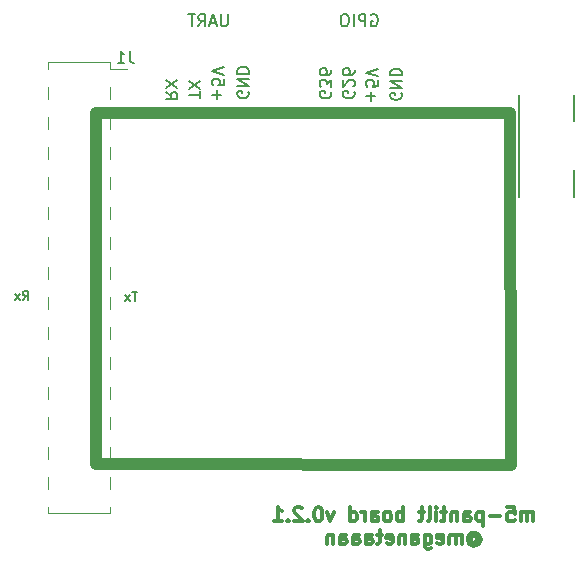
<source format=gbo>
G04 #@! TF.GenerationSoftware,KiCad,Pcbnew,7.0.6*
G04 #@! TF.CreationDate,2023-07-11T17:22:40+08:00*
G04 #@! TF.ProjectId,m5-pantilt,6d352d70-616e-4746-996c-742e6b696361,1*
G04 #@! TF.SameCoordinates,PX5f5e100PY5f5e100*
G04 #@! TF.FileFunction,Legend,Bot*
G04 #@! TF.FilePolarity,Positive*
%FSLAX46Y46*%
G04 Gerber Fmt 4.6, Leading zero omitted, Abs format (unit mm)*
G04 Created by KiCad (PCBNEW 7.0.6) date 2023-07-11 17:22:40*
%MOMM*%
%LPD*%
G01*
G04 APERTURE LIST*
%ADD10C,1.000000*%
%ADD11C,0.150000*%
%ADD12C,0.300000*%
%ADD13C,0.120000*%
G04 APERTURE END LIST*
D10*
X7670800Y10058400D02*
X7620000Y39776400D01*
X42773600Y9956800D02*
X7670800Y10058400D01*
X7620000Y39776400D02*
X42672000Y39827200D01*
X42672000Y39827200D02*
X42773600Y9956800D01*
D11*
X1476189Y23937705D02*
X1742856Y24318658D01*
X1933332Y23937705D02*
X1933332Y24737705D01*
X1933332Y24737705D02*
X1628570Y24737705D01*
X1628570Y24737705D02*
X1552380Y24699610D01*
X1552380Y24699610D02*
X1514285Y24661515D01*
X1514285Y24661515D02*
X1476189Y24585324D01*
X1476189Y24585324D02*
X1476189Y24471039D01*
X1476189Y24471039D02*
X1514285Y24394848D01*
X1514285Y24394848D02*
X1552380Y24356753D01*
X1552380Y24356753D02*
X1628570Y24318658D01*
X1628570Y24318658D02*
X1933332Y24318658D01*
X1209523Y23937705D02*
X790475Y24471039D01*
X1209523Y24471039D02*
X790475Y23937705D01*
X18795237Y48145181D02*
X18795237Y47335658D01*
X18795237Y47335658D02*
X18747618Y47240420D01*
X18747618Y47240420D02*
X18699999Y47192800D01*
X18699999Y47192800D02*
X18604761Y47145181D01*
X18604761Y47145181D02*
X18414285Y47145181D01*
X18414285Y47145181D02*
X18319047Y47192800D01*
X18319047Y47192800D02*
X18271428Y47240420D01*
X18271428Y47240420D02*
X18223809Y47335658D01*
X18223809Y47335658D02*
X18223809Y48145181D01*
X17795237Y47430896D02*
X17319047Y47430896D01*
X17890475Y47145181D02*
X17557142Y48145181D01*
X17557142Y48145181D02*
X17223809Y47145181D01*
X16319047Y47145181D02*
X16652380Y47621372D01*
X16890475Y47145181D02*
X16890475Y48145181D01*
X16890475Y48145181D02*
X16509523Y48145181D01*
X16509523Y48145181D02*
X16414285Y48097562D01*
X16414285Y48097562D02*
X16366666Y48049943D01*
X16366666Y48049943D02*
X16319047Y47954705D01*
X16319047Y47954705D02*
X16319047Y47811848D01*
X16319047Y47811848D02*
X16366666Y47716610D01*
X16366666Y47716610D02*
X16414285Y47668991D01*
X16414285Y47668991D02*
X16509523Y47621372D01*
X16509523Y47621372D02*
X16890475Y47621372D01*
X16033332Y48145181D02*
X15461904Y48145181D01*
X15747618Y47145181D02*
X15747618Y48145181D01*
X30926133Y40836780D02*
X30926133Y41598684D01*
X30545180Y41217732D02*
X31307085Y41217732D01*
X31545180Y42551065D02*
X31545180Y42074875D01*
X31545180Y42074875D02*
X31068990Y42027256D01*
X31068990Y42027256D02*
X31116609Y42074875D01*
X31116609Y42074875D02*
X31164228Y42170113D01*
X31164228Y42170113D02*
X31164228Y42408208D01*
X31164228Y42408208D02*
X31116609Y42503446D01*
X31116609Y42503446D02*
X31068990Y42551065D01*
X31068990Y42551065D02*
X30973752Y42598684D01*
X30973752Y42598684D02*
X30735657Y42598684D01*
X30735657Y42598684D02*
X30640419Y42551065D01*
X30640419Y42551065D02*
X30592800Y42503446D01*
X30592800Y42503446D02*
X30545180Y42408208D01*
X30545180Y42408208D02*
X30545180Y42170113D01*
X30545180Y42170113D02*
X30592800Y42074875D01*
X30592800Y42074875D02*
X30640419Y42027256D01*
X31545180Y42884399D02*
X30545180Y43217732D01*
X30545180Y43217732D02*
X31545180Y43551065D01*
D12*
X44642855Y5226458D02*
X44642855Y6026458D01*
X44642855Y5912172D02*
X44585712Y5969315D01*
X44585712Y5969315D02*
X44471427Y6026458D01*
X44471427Y6026458D02*
X44299998Y6026458D01*
X44299998Y6026458D02*
X44185712Y5969315D01*
X44185712Y5969315D02*
X44128570Y5855029D01*
X44128570Y5855029D02*
X44128570Y5226458D01*
X44128570Y5855029D02*
X44071427Y5969315D01*
X44071427Y5969315D02*
X43957141Y6026458D01*
X43957141Y6026458D02*
X43785712Y6026458D01*
X43785712Y6026458D02*
X43671427Y5969315D01*
X43671427Y5969315D02*
X43614284Y5855029D01*
X43614284Y5855029D02*
X43614284Y5226458D01*
X42471427Y6426458D02*
X43042855Y6426458D01*
X43042855Y6426458D02*
X43099998Y5855029D01*
X43099998Y5855029D02*
X43042855Y5912172D01*
X43042855Y5912172D02*
X42928570Y5969315D01*
X42928570Y5969315D02*
X42642855Y5969315D01*
X42642855Y5969315D02*
X42528570Y5912172D01*
X42528570Y5912172D02*
X42471427Y5855029D01*
X42471427Y5855029D02*
X42414284Y5740743D01*
X42414284Y5740743D02*
X42414284Y5455029D01*
X42414284Y5455029D02*
X42471427Y5340743D01*
X42471427Y5340743D02*
X42528570Y5283600D01*
X42528570Y5283600D02*
X42642855Y5226458D01*
X42642855Y5226458D02*
X42928570Y5226458D01*
X42928570Y5226458D02*
X43042855Y5283600D01*
X43042855Y5283600D02*
X43099998Y5340743D01*
X41899998Y5683600D02*
X40985713Y5683600D01*
X40414284Y6026458D02*
X40414284Y4826458D01*
X40414284Y5969315D02*
X40299999Y6026458D01*
X40299999Y6026458D02*
X40071427Y6026458D01*
X40071427Y6026458D02*
X39957141Y5969315D01*
X39957141Y5969315D02*
X39899999Y5912172D01*
X39899999Y5912172D02*
X39842856Y5797886D01*
X39842856Y5797886D02*
X39842856Y5455029D01*
X39842856Y5455029D02*
X39899999Y5340743D01*
X39899999Y5340743D02*
X39957141Y5283600D01*
X39957141Y5283600D02*
X40071427Y5226458D01*
X40071427Y5226458D02*
X40299999Y5226458D01*
X40299999Y5226458D02*
X40414284Y5283600D01*
X38814285Y5226458D02*
X38814285Y5855029D01*
X38814285Y5855029D02*
X38871427Y5969315D01*
X38871427Y5969315D02*
X38985713Y6026458D01*
X38985713Y6026458D02*
X39214285Y6026458D01*
X39214285Y6026458D02*
X39328570Y5969315D01*
X38814285Y5283600D02*
X38928570Y5226458D01*
X38928570Y5226458D02*
X39214285Y5226458D01*
X39214285Y5226458D02*
X39328570Y5283600D01*
X39328570Y5283600D02*
X39385713Y5397886D01*
X39385713Y5397886D02*
X39385713Y5512172D01*
X39385713Y5512172D02*
X39328570Y5626458D01*
X39328570Y5626458D02*
X39214285Y5683600D01*
X39214285Y5683600D02*
X38928570Y5683600D01*
X38928570Y5683600D02*
X38814285Y5740743D01*
X38242856Y6026458D02*
X38242856Y5226458D01*
X38242856Y5912172D02*
X38185713Y5969315D01*
X38185713Y5969315D02*
X38071428Y6026458D01*
X38071428Y6026458D02*
X37899999Y6026458D01*
X37899999Y6026458D02*
X37785713Y5969315D01*
X37785713Y5969315D02*
X37728571Y5855029D01*
X37728571Y5855029D02*
X37728571Y5226458D01*
X37328571Y6026458D02*
X36871428Y6026458D01*
X37157142Y6426458D02*
X37157142Y5397886D01*
X37157142Y5397886D02*
X37099999Y5283600D01*
X37099999Y5283600D02*
X36985714Y5226458D01*
X36985714Y5226458D02*
X36871428Y5226458D01*
X36471428Y5226458D02*
X36471428Y6026458D01*
X36471428Y6426458D02*
X36528571Y6369315D01*
X36528571Y6369315D02*
X36471428Y6312172D01*
X36471428Y6312172D02*
X36414285Y6369315D01*
X36414285Y6369315D02*
X36471428Y6426458D01*
X36471428Y6426458D02*
X36471428Y6312172D01*
X35728571Y5226458D02*
X35842856Y5283600D01*
X35842856Y5283600D02*
X35899999Y5397886D01*
X35899999Y5397886D02*
X35899999Y6426458D01*
X35442857Y6026458D02*
X34985714Y6026458D01*
X35271428Y6426458D02*
X35271428Y5397886D01*
X35271428Y5397886D02*
X35214285Y5283600D01*
X35214285Y5283600D02*
X35100000Y5226458D01*
X35100000Y5226458D02*
X34985714Y5226458D01*
X33671428Y5226458D02*
X33671428Y6426458D01*
X33671428Y5969315D02*
X33557143Y6026458D01*
X33557143Y6026458D02*
X33328571Y6026458D01*
X33328571Y6026458D02*
X33214285Y5969315D01*
X33214285Y5969315D02*
X33157143Y5912172D01*
X33157143Y5912172D02*
X33100000Y5797886D01*
X33100000Y5797886D02*
X33100000Y5455029D01*
X33100000Y5455029D02*
X33157143Y5340743D01*
X33157143Y5340743D02*
X33214285Y5283600D01*
X33214285Y5283600D02*
X33328571Y5226458D01*
X33328571Y5226458D02*
X33557143Y5226458D01*
X33557143Y5226458D02*
X33671428Y5283600D01*
X32414286Y5226458D02*
X32528571Y5283600D01*
X32528571Y5283600D02*
X32585714Y5340743D01*
X32585714Y5340743D02*
X32642857Y5455029D01*
X32642857Y5455029D02*
X32642857Y5797886D01*
X32642857Y5797886D02*
X32585714Y5912172D01*
X32585714Y5912172D02*
X32528571Y5969315D01*
X32528571Y5969315D02*
X32414286Y6026458D01*
X32414286Y6026458D02*
X32242857Y6026458D01*
X32242857Y6026458D02*
X32128571Y5969315D01*
X32128571Y5969315D02*
X32071429Y5912172D01*
X32071429Y5912172D02*
X32014286Y5797886D01*
X32014286Y5797886D02*
X32014286Y5455029D01*
X32014286Y5455029D02*
X32071429Y5340743D01*
X32071429Y5340743D02*
X32128571Y5283600D01*
X32128571Y5283600D02*
X32242857Y5226458D01*
X32242857Y5226458D02*
X32414286Y5226458D01*
X30985715Y5226458D02*
X30985715Y5855029D01*
X30985715Y5855029D02*
X31042857Y5969315D01*
X31042857Y5969315D02*
X31157143Y6026458D01*
X31157143Y6026458D02*
X31385715Y6026458D01*
X31385715Y6026458D02*
X31500000Y5969315D01*
X30985715Y5283600D02*
X31100000Y5226458D01*
X31100000Y5226458D02*
X31385715Y5226458D01*
X31385715Y5226458D02*
X31500000Y5283600D01*
X31500000Y5283600D02*
X31557143Y5397886D01*
X31557143Y5397886D02*
X31557143Y5512172D01*
X31557143Y5512172D02*
X31500000Y5626458D01*
X31500000Y5626458D02*
X31385715Y5683600D01*
X31385715Y5683600D02*
X31100000Y5683600D01*
X31100000Y5683600D02*
X30985715Y5740743D01*
X30414286Y5226458D02*
X30414286Y6026458D01*
X30414286Y5797886D02*
X30357143Y5912172D01*
X30357143Y5912172D02*
X30300001Y5969315D01*
X30300001Y5969315D02*
X30185715Y6026458D01*
X30185715Y6026458D02*
X30071429Y6026458D01*
X29157144Y5226458D02*
X29157144Y6426458D01*
X29157144Y5283600D02*
X29271429Y5226458D01*
X29271429Y5226458D02*
X29500001Y5226458D01*
X29500001Y5226458D02*
X29614286Y5283600D01*
X29614286Y5283600D02*
X29671429Y5340743D01*
X29671429Y5340743D02*
X29728572Y5455029D01*
X29728572Y5455029D02*
X29728572Y5797886D01*
X29728572Y5797886D02*
X29671429Y5912172D01*
X29671429Y5912172D02*
X29614286Y5969315D01*
X29614286Y5969315D02*
X29500001Y6026458D01*
X29500001Y6026458D02*
X29271429Y6026458D01*
X29271429Y6026458D02*
X29157144Y5969315D01*
X27785715Y6026458D02*
X27500001Y5226458D01*
X27500001Y5226458D02*
X27214286Y6026458D01*
X26528572Y6426458D02*
X26414286Y6426458D01*
X26414286Y6426458D02*
X26300000Y6369315D01*
X26300000Y6369315D02*
X26242858Y6312172D01*
X26242858Y6312172D02*
X26185715Y6197886D01*
X26185715Y6197886D02*
X26128572Y5969315D01*
X26128572Y5969315D02*
X26128572Y5683600D01*
X26128572Y5683600D02*
X26185715Y5455029D01*
X26185715Y5455029D02*
X26242858Y5340743D01*
X26242858Y5340743D02*
X26300000Y5283600D01*
X26300000Y5283600D02*
X26414286Y5226458D01*
X26414286Y5226458D02*
X26528572Y5226458D01*
X26528572Y5226458D02*
X26642858Y5283600D01*
X26642858Y5283600D02*
X26700000Y5340743D01*
X26700000Y5340743D02*
X26757143Y5455029D01*
X26757143Y5455029D02*
X26814286Y5683600D01*
X26814286Y5683600D02*
X26814286Y5969315D01*
X26814286Y5969315D02*
X26757143Y6197886D01*
X26757143Y6197886D02*
X26700000Y6312172D01*
X26700000Y6312172D02*
X26642858Y6369315D01*
X26642858Y6369315D02*
X26528572Y6426458D01*
X25614286Y5340743D02*
X25557143Y5283600D01*
X25557143Y5283600D02*
X25614286Y5226458D01*
X25614286Y5226458D02*
X25671429Y5283600D01*
X25671429Y5283600D02*
X25614286Y5340743D01*
X25614286Y5340743D02*
X25614286Y5226458D01*
X25100000Y6312172D02*
X25042857Y6369315D01*
X25042857Y6369315D02*
X24928572Y6426458D01*
X24928572Y6426458D02*
X24642857Y6426458D01*
X24642857Y6426458D02*
X24528572Y6369315D01*
X24528572Y6369315D02*
X24471429Y6312172D01*
X24471429Y6312172D02*
X24414286Y6197886D01*
X24414286Y6197886D02*
X24414286Y6083600D01*
X24414286Y6083600D02*
X24471429Y5912172D01*
X24471429Y5912172D02*
X25157143Y5226458D01*
X25157143Y5226458D02*
X24414286Y5226458D01*
X23900000Y5340743D02*
X23842857Y5283600D01*
X23842857Y5283600D02*
X23900000Y5226458D01*
X23900000Y5226458D02*
X23957143Y5283600D01*
X23957143Y5283600D02*
X23900000Y5340743D01*
X23900000Y5340743D02*
X23900000Y5226458D01*
X22700000Y5226458D02*
X23385714Y5226458D01*
X23042857Y5226458D02*
X23042857Y6426458D01*
X23042857Y6426458D02*
X23157143Y6255029D01*
X23157143Y6255029D02*
X23271428Y6140743D01*
X23271428Y6140743D02*
X23385714Y6083600D01*
X39414283Y3865886D02*
X39471426Y3923029D01*
X39471426Y3923029D02*
X39585712Y3980172D01*
X39585712Y3980172D02*
X39699997Y3980172D01*
X39699997Y3980172D02*
X39814283Y3923029D01*
X39814283Y3923029D02*
X39871426Y3865886D01*
X39871426Y3865886D02*
X39928569Y3751600D01*
X39928569Y3751600D02*
X39928569Y3637315D01*
X39928569Y3637315D02*
X39871426Y3523029D01*
X39871426Y3523029D02*
X39814283Y3465886D01*
X39814283Y3465886D02*
X39699997Y3408743D01*
X39699997Y3408743D02*
X39585712Y3408743D01*
X39585712Y3408743D02*
X39471426Y3465886D01*
X39471426Y3465886D02*
X39414283Y3523029D01*
X39414283Y3980172D02*
X39414283Y3523029D01*
X39414283Y3523029D02*
X39357140Y3465886D01*
X39357140Y3465886D02*
X39299997Y3465886D01*
X39299997Y3465886D02*
X39185712Y3523029D01*
X39185712Y3523029D02*
X39128569Y3637315D01*
X39128569Y3637315D02*
X39128569Y3923029D01*
X39128569Y3923029D02*
X39242855Y4094458D01*
X39242855Y4094458D02*
X39414283Y4208743D01*
X39414283Y4208743D02*
X39642855Y4265886D01*
X39642855Y4265886D02*
X39871426Y4208743D01*
X39871426Y4208743D02*
X40042855Y4094458D01*
X40042855Y4094458D02*
X40157140Y3923029D01*
X40157140Y3923029D02*
X40214283Y3694458D01*
X40214283Y3694458D02*
X40157140Y3465886D01*
X40157140Y3465886D02*
X40042855Y3294458D01*
X40042855Y3294458D02*
X39871426Y3180172D01*
X39871426Y3180172D02*
X39642855Y3123029D01*
X39642855Y3123029D02*
X39414283Y3180172D01*
X39414283Y3180172D02*
X39242855Y3294458D01*
X38614283Y3294458D02*
X38614283Y4094458D01*
X38614283Y3980172D02*
X38557140Y4037315D01*
X38557140Y4037315D02*
X38442855Y4094458D01*
X38442855Y4094458D02*
X38271426Y4094458D01*
X38271426Y4094458D02*
X38157140Y4037315D01*
X38157140Y4037315D02*
X38099998Y3923029D01*
X38099998Y3923029D02*
X38099998Y3294458D01*
X38099998Y3923029D02*
X38042855Y4037315D01*
X38042855Y4037315D02*
X37928569Y4094458D01*
X37928569Y4094458D02*
X37757140Y4094458D01*
X37757140Y4094458D02*
X37642855Y4037315D01*
X37642855Y4037315D02*
X37585712Y3923029D01*
X37585712Y3923029D02*
X37585712Y3294458D01*
X36557140Y3351600D02*
X36671426Y3294458D01*
X36671426Y3294458D02*
X36899998Y3294458D01*
X36899998Y3294458D02*
X37014283Y3351600D01*
X37014283Y3351600D02*
X37071426Y3465886D01*
X37071426Y3465886D02*
X37071426Y3923029D01*
X37071426Y3923029D02*
X37014283Y4037315D01*
X37014283Y4037315D02*
X36899998Y4094458D01*
X36899998Y4094458D02*
X36671426Y4094458D01*
X36671426Y4094458D02*
X36557140Y4037315D01*
X36557140Y4037315D02*
X36499998Y3923029D01*
X36499998Y3923029D02*
X36499998Y3808743D01*
X36499998Y3808743D02*
X37071426Y3694458D01*
X35471427Y4094458D02*
X35471427Y3123029D01*
X35471427Y3123029D02*
X35528569Y3008743D01*
X35528569Y3008743D02*
X35585712Y2951600D01*
X35585712Y2951600D02*
X35699998Y2894458D01*
X35699998Y2894458D02*
X35871427Y2894458D01*
X35871427Y2894458D02*
X35985712Y2951600D01*
X35471427Y3351600D02*
X35585712Y3294458D01*
X35585712Y3294458D02*
X35814284Y3294458D01*
X35814284Y3294458D02*
X35928569Y3351600D01*
X35928569Y3351600D02*
X35985712Y3408743D01*
X35985712Y3408743D02*
X36042855Y3523029D01*
X36042855Y3523029D02*
X36042855Y3865886D01*
X36042855Y3865886D02*
X35985712Y3980172D01*
X35985712Y3980172D02*
X35928569Y4037315D01*
X35928569Y4037315D02*
X35814284Y4094458D01*
X35814284Y4094458D02*
X35585712Y4094458D01*
X35585712Y4094458D02*
X35471427Y4037315D01*
X34385713Y3294458D02*
X34385713Y3923029D01*
X34385713Y3923029D02*
X34442855Y4037315D01*
X34442855Y4037315D02*
X34557141Y4094458D01*
X34557141Y4094458D02*
X34785713Y4094458D01*
X34785713Y4094458D02*
X34899998Y4037315D01*
X34385713Y3351600D02*
X34499998Y3294458D01*
X34499998Y3294458D02*
X34785713Y3294458D01*
X34785713Y3294458D02*
X34899998Y3351600D01*
X34899998Y3351600D02*
X34957141Y3465886D01*
X34957141Y3465886D02*
X34957141Y3580172D01*
X34957141Y3580172D02*
X34899998Y3694458D01*
X34899998Y3694458D02*
X34785713Y3751600D01*
X34785713Y3751600D02*
X34499998Y3751600D01*
X34499998Y3751600D02*
X34385713Y3808743D01*
X33814284Y4094458D02*
X33814284Y3294458D01*
X33814284Y3980172D02*
X33757141Y4037315D01*
X33757141Y4037315D02*
X33642856Y4094458D01*
X33642856Y4094458D02*
X33471427Y4094458D01*
X33471427Y4094458D02*
X33357141Y4037315D01*
X33357141Y4037315D02*
X33299999Y3923029D01*
X33299999Y3923029D02*
X33299999Y3294458D01*
X32271427Y3351600D02*
X32385713Y3294458D01*
X32385713Y3294458D02*
X32614285Y3294458D01*
X32614285Y3294458D02*
X32728570Y3351600D01*
X32728570Y3351600D02*
X32785713Y3465886D01*
X32785713Y3465886D02*
X32785713Y3923029D01*
X32785713Y3923029D02*
X32728570Y4037315D01*
X32728570Y4037315D02*
X32614285Y4094458D01*
X32614285Y4094458D02*
X32385713Y4094458D01*
X32385713Y4094458D02*
X32271427Y4037315D01*
X32271427Y4037315D02*
X32214285Y3923029D01*
X32214285Y3923029D02*
X32214285Y3808743D01*
X32214285Y3808743D02*
X32785713Y3694458D01*
X31871428Y4094458D02*
X31414285Y4094458D01*
X31699999Y4494458D02*
X31699999Y3465886D01*
X31699999Y3465886D02*
X31642856Y3351600D01*
X31642856Y3351600D02*
X31528571Y3294458D01*
X31528571Y3294458D02*
X31414285Y3294458D01*
X30500000Y3294458D02*
X30500000Y3923029D01*
X30500000Y3923029D02*
X30557142Y4037315D01*
X30557142Y4037315D02*
X30671428Y4094458D01*
X30671428Y4094458D02*
X30900000Y4094458D01*
X30900000Y4094458D02*
X31014285Y4037315D01*
X30500000Y3351600D02*
X30614285Y3294458D01*
X30614285Y3294458D02*
X30900000Y3294458D01*
X30900000Y3294458D02*
X31014285Y3351600D01*
X31014285Y3351600D02*
X31071428Y3465886D01*
X31071428Y3465886D02*
X31071428Y3580172D01*
X31071428Y3580172D02*
X31014285Y3694458D01*
X31014285Y3694458D02*
X30900000Y3751600D01*
X30900000Y3751600D02*
X30614285Y3751600D01*
X30614285Y3751600D02*
X30500000Y3808743D01*
X29414286Y3294458D02*
X29414286Y3923029D01*
X29414286Y3923029D02*
X29471428Y4037315D01*
X29471428Y4037315D02*
X29585714Y4094458D01*
X29585714Y4094458D02*
X29814286Y4094458D01*
X29814286Y4094458D02*
X29928571Y4037315D01*
X29414286Y3351600D02*
X29528571Y3294458D01*
X29528571Y3294458D02*
X29814286Y3294458D01*
X29814286Y3294458D02*
X29928571Y3351600D01*
X29928571Y3351600D02*
X29985714Y3465886D01*
X29985714Y3465886D02*
X29985714Y3580172D01*
X29985714Y3580172D02*
X29928571Y3694458D01*
X29928571Y3694458D02*
X29814286Y3751600D01*
X29814286Y3751600D02*
X29528571Y3751600D01*
X29528571Y3751600D02*
X29414286Y3808743D01*
X28328572Y3294458D02*
X28328572Y3923029D01*
X28328572Y3923029D02*
X28385714Y4037315D01*
X28385714Y4037315D02*
X28500000Y4094458D01*
X28500000Y4094458D02*
X28728572Y4094458D01*
X28728572Y4094458D02*
X28842857Y4037315D01*
X28328572Y3351600D02*
X28442857Y3294458D01*
X28442857Y3294458D02*
X28728572Y3294458D01*
X28728572Y3294458D02*
X28842857Y3351600D01*
X28842857Y3351600D02*
X28900000Y3465886D01*
X28900000Y3465886D02*
X28900000Y3580172D01*
X28900000Y3580172D02*
X28842857Y3694458D01*
X28842857Y3694458D02*
X28728572Y3751600D01*
X28728572Y3751600D02*
X28442857Y3751600D01*
X28442857Y3751600D02*
X28328572Y3808743D01*
X27757143Y4094458D02*
X27757143Y3294458D01*
X27757143Y3980172D02*
X27700000Y4037315D01*
X27700000Y4037315D02*
X27585715Y4094458D01*
X27585715Y4094458D02*
X27414286Y4094458D01*
X27414286Y4094458D02*
X27300000Y4037315D01*
X27300000Y4037315D02*
X27242858Y3923029D01*
X27242858Y3923029D02*
X27242858Y3294458D01*
D11*
X13545180Y41558208D02*
X14021371Y41224875D01*
X13545180Y40986780D02*
X14545180Y40986780D01*
X14545180Y40986780D02*
X14545180Y41367732D01*
X14545180Y41367732D02*
X14497561Y41462970D01*
X14497561Y41462970D02*
X14449942Y41510589D01*
X14449942Y41510589D02*
X14354704Y41558208D01*
X14354704Y41558208D02*
X14211847Y41558208D01*
X14211847Y41558208D02*
X14116609Y41510589D01*
X14116609Y41510589D02*
X14068990Y41462970D01*
X14068990Y41462970D02*
X14021371Y41367732D01*
X14021371Y41367732D02*
X14021371Y40986780D01*
X14545180Y41891542D02*
X13545180Y42558208D01*
X14545180Y42558208D02*
X13545180Y41891542D01*
X11152380Y24637705D02*
X10695237Y24637705D01*
X10923809Y23837705D02*
X10923809Y24637705D01*
X10504761Y23837705D02*
X10085713Y24371039D01*
X10504761Y24371039D02*
X10085713Y23837705D01*
X20547561Y41610589D02*
X20595180Y41515351D01*
X20595180Y41515351D02*
X20595180Y41372494D01*
X20595180Y41372494D02*
X20547561Y41229637D01*
X20547561Y41229637D02*
X20452323Y41134399D01*
X20452323Y41134399D02*
X20357085Y41086780D01*
X20357085Y41086780D02*
X20166609Y41039161D01*
X20166609Y41039161D02*
X20023752Y41039161D01*
X20023752Y41039161D02*
X19833276Y41086780D01*
X19833276Y41086780D02*
X19738038Y41134399D01*
X19738038Y41134399D02*
X19642800Y41229637D01*
X19642800Y41229637D02*
X19595180Y41372494D01*
X19595180Y41372494D02*
X19595180Y41467732D01*
X19595180Y41467732D02*
X19642800Y41610589D01*
X19642800Y41610589D02*
X19690419Y41658208D01*
X19690419Y41658208D02*
X20023752Y41658208D01*
X20023752Y41658208D02*
X20023752Y41467732D01*
X19595180Y42086780D02*
X20595180Y42086780D01*
X20595180Y42086780D02*
X19595180Y42658208D01*
X19595180Y42658208D02*
X20595180Y42658208D01*
X19595180Y43134399D02*
X20595180Y43134399D01*
X20595180Y43134399D02*
X20595180Y43372494D01*
X20595180Y43372494D02*
X20547561Y43515351D01*
X20547561Y43515351D02*
X20452323Y43610589D01*
X20452323Y43610589D02*
X20357085Y43658208D01*
X20357085Y43658208D02*
X20166609Y43705827D01*
X20166609Y43705827D02*
X20023752Y43705827D01*
X20023752Y43705827D02*
X19833276Y43658208D01*
X19833276Y43658208D02*
X19738038Y43610589D01*
X19738038Y43610589D02*
X19642800Y43515351D01*
X19642800Y43515351D02*
X19595180Y43372494D01*
X19595180Y43372494D02*
X19595180Y43134399D01*
X30949999Y48097562D02*
X31045237Y48145181D01*
X31045237Y48145181D02*
X31188094Y48145181D01*
X31188094Y48145181D02*
X31330951Y48097562D01*
X31330951Y48097562D02*
X31426189Y48002324D01*
X31426189Y48002324D02*
X31473808Y47907086D01*
X31473808Y47907086D02*
X31521427Y47716610D01*
X31521427Y47716610D02*
X31521427Y47573753D01*
X31521427Y47573753D02*
X31473808Y47383277D01*
X31473808Y47383277D02*
X31426189Y47288039D01*
X31426189Y47288039D02*
X31330951Y47192800D01*
X31330951Y47192800D02*
X31188094Y47145181D01*
X31188094Y47145181D02*
X31092856Y47145181D01*
X31092856Y47145181D02*
X30949999Y47192800D01*
X30949999Y47192800D02*
X30902380Y47240420D01*
X30902380Y47240420D02*
X30902380Y47573753D01*
X30902380Y47573753D02*
X31092856Y47573753D01*
X30473808Y47145181D02*
X30473808Y48145181D01*
X30473808Y48145181D02*
X30092856Y48145181D01*
X30092856Y48145181D02*
X29997618Y48097562D01*
X29997618Y48097562D02*
X29949999Y48049943D01*
X29949999Y48049943D02*
X29902380Y47954705D01*
X29902380Y47954705D02*
X29902380Y47811848D01*
X29902380Y47811848D02*
X29949999Y47716610D01*
X29949999Y47716610D02*
X29997618Y47668991D01*
X29997618Y47668991D02*
X30092856Y47621372D01*
X30092856Y47621372D02*
X30473808Y47621372D01*
X29473808Y47145181D02*
X29473808Y48145181D01*
X28807142Y48145181D02*
X28616666Y48145181D01*
X28616666Y48145181D02*
X28521428Y48097562D01*
X28521428Y48097562D02*
X28426190Y48002324D01*
X28426190Y48002324D02*
X28378571Y47811848D01*
X28378571Y47811848D02*
X28378571Y47478515D01*
X28378571Y47478515D02*
X28426190Y47288039D01*
X28426190Y47288039D02*
X28521428Y47192800D01*
X28521428Y47192800D02*
X28616666Y47145181D01*
X28616666Y47145181D02*
X28807142Y47145181D01*
X28807142Y47145181D02*
X28902380Y47192800D01*
X28902380Y47192800D02*
X28997618Y47288039D01*
X28997618Y47288039D02*
X29045237Y47478515D01*
X29045237Y47478515D02*
X29045237Y47811848D01*
X29045237Y47811848D02*
X28997618Y48002324D01*
X28997618Y48002324D02*
X28902380Y48097562D01*
X28902380Y48097562D02*
X28807142Y48145181D01*
X17876133Y40936780D02*
X17876133Y41698684D01*
X17495180Y41317732D02*
X18257085Y41317732D01*
X18495180Y42651065D02*
X18495180Y42174875D01*
X18495180Y42174875D02*
X18018990Y42127256D01*
X18018990Y42127256D02*
X18066609Y42174875D01*
X18066609Y42174875D02*
X18114228Y42270113D01*
X18114228Y42270113D02*
X18114228Y42508208D01*
X18114228Y42508208D02*
X18066609Y42603446D01*
X18066609Y42603446D02*
X18018990Y42651065D01*
X18018990Y42651065D02*
X17923752Y42698684D01*
X17923752Y42698684D02*
X17685657Y42698684D01*
X17685657Y42698684D02*
X17590419Y42651065D01*
X17590419Y42651065D02*
X17542800Y42603446D01*
X17542800Y42603446D02*
X17495180Y42508208D01*
X17495180Y42508208D02*
X17495180Y42270113D01*
X17495180Y42270113D02*
X17542800Y42174875D01*
X17542800Y42174875D02*
X17590419Y42127256D01*
X18495180Y42984399D02*
X17495180Y43317732D01*
X17495180Y43317732D02*
X18495180Y43651065D01*
X27547561Y41610589D02*
X27595180Y41515351D01*
X27595180Y41515351D02*
X27595180Y41372494D01*
X27595180Y41372494D02*
X27547561Y41229637D01*
X27547561Y41229637D02*
X27452323Y41134399D01*
X27452323Y41134399D02*
X27357085Y41086780D01*
X27357085Y41086780D02*
X27166609Y41039161D01*
X27166609Y41039161D02*
X27023752Y41039161D01*
X27023752Y41039161D02*
X26833276Y41086780D01*
X26833276Y41086780D02*
X26738038Y41134399D01*
X26738038Y41134399D02*
X26642800Y41229637D01*
X26642800Y41229637D02*
X26595180Y41372494D01*
X26595180Y41372494D02*
X26595180Y41467732D01*
X26595180Y41467732D02*
X26642800Y41610589D01*
X26642800Y41610589D02*
X26690419Y41658208D01*
X26690419Y41658208D02*
X27023752Y41658208D01*
X27023752Y41658208D02*
X27023752Y41467732D01*
X27595180Y41991542D02*
X27595180Y42610589D01*
X27595180Y42610589D02*
X27214228Y42277256D01*
X27214228Y42277256D02*
X27214228Y42420113D01*
X27214228Y42420113D02*
X27166609Y42515351D01*
X27166609Y42515351D02*
X27118990Y42562970D01*
X27118990Y42562970D02*
X27023752Y42610589D01*
X27023752Y42610589D02*
X26785657Y42610589D01*
X26785657Y42610589D02*
X26690419Y42562970D01*
X26690419Y42562970D02*
X26642800Y42515351D01*
X26642800Y42515351D02*
X26595180Y42420113D01*
X26595180Y42420113D02*
X26595180Y42134399D01*
X26595180Y42134399D02*
X26642800Y42039161D01*
X26642800Y42039161D02*
X26690419Y41991542D01*
X27595180Y43467732D02*
X27595180Y43277256D01*
X27595180Y43277256D02*
X27547561Y43182018D01*
X27547561Y43182018D02*
X27499942Y43134399D01*
X27499942Y43134399D02*
X27357085Y43039161D01*
X27357085Y43039161D02*
X27166609Y42991542D01*
X27166609Y42991542D02*
X26785657Y42991542D01*
X26785657Y42991542D02*
X26690419Y43039161D01*
X26690419Y43039161D02*
X26642800Y43086780D01*
X26642800Y43086780D02*
X26595180Y43182018D01*
X26595180Y43182018D02*
X26595180Y43372494D01*
X26595180Y43372494D02*
X26642800Y43467732D01*
X26642800Y43467732D02*
X26690419Y43515351D01*
X26690419Y43515351D02*
X26785657Y43562970D01*
X26785657Y43562970D02*
X27023752Y43562970D01*
X27023752Y43562970D02*
X27118990Y43515351D01*
X27118990Y43515351D02*
X27166609Y43467732D01*
X27166609Y43467732D02*
X27214228Y43372494D01*
X27214228Y43372494D02*
X27214228Y43182018D01*
X27214228Y43182018D02*
X27166609Y43086780D01*
X27166609Y43086780D02*
X27118990Y43039161D01*
X27118990Y43039161D02*
X27023752Y42991542D01*
X29497561Y41610589D02*
X29545180Y41515351D01*
X29545180Y41515351D02*
X29545180Y41372494D01*
X29545180Y41372494D02*
X29497561Y41229637D01*
X29497561Y41229637D02*
X29402323Y41134399D01*
X29402323Y41134399D02*
X29307085Y41086780D01*
X29307085Y41086780D02*
X29116609Y41039161D01*
X29116609Y41039161D02*
X28973752Y41039161D01*
X28973752Y41039161D02*
X28783276Y41086780D01*
X28783276Y41086780D02*
X28688038Y41134399D01*
X28688038Y41134399D02*
X28592800Y41229637D01*
X28592800Y41229637D02*
X28545180Y41372494D01*
X28545180Y41372494D02*
X28545180Y41467732D01*
X28545180Y41467732D02*
X28592800Y41610589D01*
X28592800Y41610589D02*
X28640419Y41658208D01*
X28640419Y41658208D02*
X28973752Y41658208D01*
X28973752Y41658208D02*
X28973752Y41467732D01*
X29449942Y42039161D02*
X29497561Y42086780D01*
X29497561Y42086780D02*
X29545180Y42182018D01*
X29545180Y42182018D02*
X29545180Y42420113D01*
X29545180Y42420113D02*
X29497561Y42515351D01*
X29497561Y42515351D02*
X29449942Y42562970D01*
X29449942Y42562970D02*
X29354704Y42610589D01*
X29354704Y42610589D02*
X29259466Y42610589D01*
X29259466Y42610589D02*
X29116609Y42562970D01*
X29116609Y42562970D02*
X28545180Y41991542D01*
X28545180Y41991542D02*
X28545180Y42610589D01*
X29545180Y43467732D02*
X29545180Y43277256D01*
X29545180Y43277256D02*
X29497561Y43182018D01*
X29497561Y43182018D02*
X29449942Y43134399D01*
X29449942Y43134399D02*
X29307085Y43039161D01*
X29307085Y43039161D02*
X29116609Y42991542D01*
X29116609Y42991542D02*
X28735657Y42991542D01*
X28735657Y42991542D02*
X28640419Y43039161D01*
X28640419Y43039161D02*
X28592800Y43086780D01*
X28592800Y43086780D02*
X28545180Y43182018D01*
X28545180Y43182018D02*
X28545180Y43372494D01*
X28545180Y43372494D02*
X28592800Y43467732D01*
X28592800Y43467732D02*
X28640419Y43515351D01*
X28640419Y43515351D02*
X28735657Y43562970D01*
X28735657Y43562970D02*
X28973752Y43562970D01*
X28973752Y43562970D02*
X29068990Y43515351D01*
X29068990Y43515351D02*
X29116609Y43467732D01*
X29116609Y43467732D02*
X29164228Y43372494D01*
X29164228Y43372494D02*
X29164228Y43182018D01*
X29164228Y43182018D02*
X29116609Y43086780D01*
X29116609Y43086780D02*
X29068990Y43039161D01*
X29068990Y43039161D02*
X28973752Y42991542D01*
X33497561Y41460589D02*
X33545180Y41365351D01*
X33545180Y41365351D02*
X33545180Y41222494D01*
X33545180Y41222494D02*
X33497561Y41079637D01*
X33497561Y41079637D02*
X33402323Y40984399D01*
X33402323Y40984399D02*
X33307085Y40936780D01*
X33307085Y40936780D02*
X33116609Y40889161D01*
X33116609Y40889161D02*
X32973752Y40889161D01*
X32973752Y40889161D02*
X32783276Y40936780D01*
X32783276Y40936780D02*
X32688038Y40984399D01*
X32688038Y40984399D02*
X32592800Y41079637D01*
X32592800Y41079637D02*
X32545180Y41222494D01*
X32545180Y41222494D02*
X32545180Y41317732D01*
X32545180Y41317732D02*
X32592800Y41460589D01*
X32592800Y41460589D02*
X32640419Y41508208D01*
X32640419Y41508208D02*
X32973752Y41508208D01*
X32973752Y41508208D02*
X32973752Y41317732D01*
X32545180Y41936780D02*
X33545180Y41936780D01*
X33545180Y41936780D02*
X32545180Y42508208D01*
X32545180Y42508208D02*
X33545180Y42508208D01*
X32545180Y42984399D02*
X33545180Y42984399D01*
X33545180Y42984399D02*
X33545180Y43222494D01*
X33545180Y43222494D02*
X33497561Y43365351D01*
X33497561Y43365351D02*
X33402323Y43460589D01*
X33402323Y43460589D02*
X33307085Y43508208D01*
X33307085Y43508208D02*
X33116609Y43555827D01*
X33116609Y43555827D02*
X32973752Y43555827D01*
X32973752Y43555827D02*
X32783276Y43508208D01*
X32783276Y43508208D02*
X32688038Y43460589D01*
X32688038Y43460589D02*
X32592800Y43365351D01*
X32592800Y43365351D02*
X32545180Y43222494D01*
X32545180Y43222494D02*
X32545180Y42984399D01*
X16495180Y41043923D02*
X16495180Y41615351D01*
X15495180Y41329637D02*
X16495180Y41329637D01*
X16495180Y41853447D02*
X15495180Y42520113D01*
X16495180Y42520113D02*
X15495180Y41853447D01*
X10493333Y45045981D02*
X10493333Y44331696D01*
X10493333Y44331696D02*
X10540952Y44188839D01*
X10540952Y44188839D02*
X10636190Y44093600D01*
X10636190Y44093600D02*
X10779047Y44045981D01*
X10779047Y44045981D02*
X10874285Y44045981D01*
X9493333Y44045981D02*
X10064761Y44045981D01*
X9779047Y44045981D02*
X9779047Y45045981D01*
X9779047Y45045981D02*
X9874285Y44903124D01*
X9874285Y44903124D02*
X9969523Y44807886D01*
X9969523Y44807886D02*
X10064761Y44760267D01*
D13*
X10240000Y43540000D02*
X8800000Y43540000D01*
X8800000Y5890000D02*
X3600000Y5890000D01*
X8800000Y6460000D02*
X8800000Y5890000D01*
X8800000Y9000000D02*
X8800000Y7980000D01*
X8800000Y11540000D02*
X8800000Y10520000D01*
X8800000Y14080000D02*
X8800000Y13060000D01*
X8800000Y16620000D02*
X8800000Y15600000D01*
X8800000Y19160000D02*
X8800000Y18140000D01*
X8800000Y21700000D02*
X8800000Y20680000D01*
X8800000Y24240000D02*
X8800000Y23220000D01*
X8800000Y26780000D02*
X8800000Y25760000D01*
X8800000Y29320000D02*
X8800000Y28300000D01*
X8800000Y31860000D02*
X8800000Y30840000D01*
X8800000Y34400000D02*
X8800000Y33380000D01*
X8800000Y36940000D02*
X8800000Y35920000D01*
X8800000Y39480000D02*
X8800000Y38460000D01*
X8800000Y42020000D02*
X8800000Y41000000D01*
X8800000Y44110000D02*
X8800000Y43540000D01*
X8800000Y44110000D02*
X3600000Y44110000D01*
X3600000Y6460000D02*
X3600000Y5890000D01*
X3600000Y9000000D02*
X3600000Y7980000D01*
X3600000Y11540000D02*
X3600000Y10520000D01*
X3600000Y14080000D02*
X3600000Y13060000D01*
X3600000Y16620000D02*
X3600000Y15600000D01*
X3600000Y19160000D02*
X3600000Y18140000D01*
X3600000Y21700000D02*
X3600000Y20680000D01*
X3600000Y24240000D02*
X3600000Y23220000D01*
X3600000Y26780000D02*
X3600000Y25760000D01*
X3600000Y29320000D02*
X3600000Y28300000D01*
X3600000Y31860000D02*
X3600000Y30840000D01*
X3600000Y34400000D02*
X3600000Y33380000D01*
X3600000Y36940000D02*
X3600000Y35920000D01*
X3600000Y39480000D02*
X3600000Y38460000D01*
X3600000Y42020000D02*
X3600000Y41000000D01*
X3600000Y44110000D02*
X3600000Y43540000D01*
D11*
X48100000Y35000000D02*
X48100000Y32700000D01*
X43500000Y41300000D02*
X43500000Y32700000D01*
X48100000Y41300000D02*
X48100000Y39100000D01*
M02*

</source>
